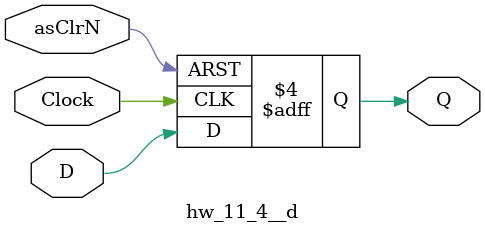
<source format=v>
module hw_11_4__d(output Q,input Clock,input D,input asClrN);
    reg Q = 0;

    always @(posedge Clock or negedge asClrN)
        if( !asClrN )
            Q <= 0;
        else
            Q <= D;

endmodule

</source>
